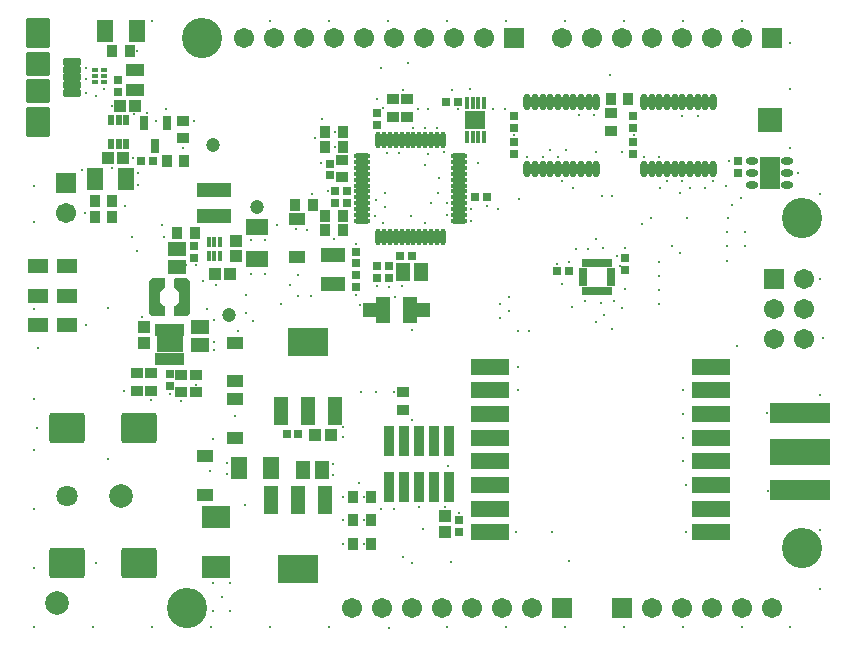
<source format=gts>
G04 Layer_Color=8388736*
%FSLAX25Y25*%
%MOIN*%
G70*
G01*
G75*
%ADD90R,0.03359X0.04147*%
%ADD91R,0.04147X0.03359*%
%ADD92R,0.02768X0.02768*%
%ADD93R,0.02768X0.02768*%
%ADD94R,0.07099X0.04737*%
G04:AMPARAMS|DCode=95|XSize=118.24mil|YSize=102.49mil|CornerRadius=8.72mil|HoleSize=0mil|Usage=FLASHONLY|Rotation=0.000|XOffset=0mil|YOffset=0mil|HoleType=Round|Shape=RoundedRectangle|*
%AMROUNDEDRECTD95*
21,1,0.11824,0.08504,0,0,0.0*
21,1,0.10079,0.10249,0,0,0.0*
1,1,0.01745,0.05039,-0.04252*
1,1,0.01745,-0.05039,-0.04252*
1,1,0.01745,-0.05039,0.04252*
1,1,0.01745,0.05039,0.04252*
%
%ADD95ROUNDEDRECTD95*%
%ADD96R,0.08280X0.05131*%
%ADD97O,0.04147X0.02572*%
%ADD98R,0.07099X0.10642*%
%ADD99R,0.02178X0.02965*%
%ADD100R,0.02965X0.02178*%
%ADD101R,0.12611X0.05524*%
%ADD102R,0.06706X0.05918*%
%ADD103R,0.01784X0.03950*%
%ADD104O,0.01784X0.05721*%
%ADD105O,0.05721X0.01784*%
%ADD106R,0.02375X0.03359*%
%ADD107R,0.08674X0.05524*%
%ADD108R,0.01902X0.03950*%
%ADD109R,0.01496X0.03347*%
%ADD110R,0.04737X0.09265*%
%ADD111R,0.13398X0.09265*%
%ADD112R,0.02323X0.01575*%
%ADD113R,0.02441X0.01575*%
%ADD114O,0.02375X0.05524*%
%ADD115C,0.04737*%
%ADD116R,0.03162X0.05131*%
%ADD117R,0.04737X0.08674*%
%ADD118R,0.03300X0.08800*%
%ADD119R,0.11430X0.04737*%
%ADD120R,0.06115X0.04461*%
%ADD121R,0.09383X0.07178*%
%ADD122R,0.05603X0.04383*%
%ADD123R,0.03800X0.10249*%
G04:AMPARAMS|DCode=124|XSize=23.75mil|YSize=63.12mil|CornerRadius=4.79mil|HoleSize=0mil|Usage=FLASHONLY|Rotation=270.000|XOffset=0mil|YOffset=0mil|HoleType=Round|Shape=RoundedRectangle|*
%AMROUNDEDRECTD124*
21,1,0.02375,0.05354,0,0,270.0*
21,1,0.01417,0.06312,0,0,270.0*
1,1,0.00957,-0.02677,-0.00709*
1,1,0.00957,-0.02677,0.00709*
1,1,0.00957,0.02677,0.00709*
1,1,0.00957,0.02677,-0.00709*
%
%ADD124ROUNDEDRECTD124*%
G04:AMPARAMS|DCode=125|XSize=78.87mil|YSize=82.8mil|CornerRadius=7.54mil|HoleSize=0mil|Usage=FLASHONLY|Rotation=270.000|XOffset=0mil|YOffset=0mil|HoleType=Round|Shape=RoundedRectangle|*
%AMROUNDEDRECTD125*
21,1,0.07887,0.06772,0,0,270.0*
21,1,0.06378,0.08280,0,0,270.0*
1,1,0.01509,-0.03386,-0.03189*
1,1,0.01509,-0.03386,0.03189*
1,1,0.01509,0.03386,0.03189*
1,1,0.01509,0.03386,-0.03189*
%
%ADD125ROUNDEDRECTD125*%
G04:AMPARAMS|DCode=126|XSize=98.55mil|YSize=82.8mil|CornerRadius=7.74mil|HoleSize=0mil|Usage=FLASHONLY|Rotation=270.000|XOffset=0mil|YOffset=0mil|HoleType=Round|Shape=RoundedRectangle|*
%AMROUNDEDRECTD126*
21,1,0.09855,0.06732,0,0,270.0*
21,1,0.08307,0.08280,0,0,270.0*
1,1,0.01548,-0.03366,-0.04153*
1,1,0.01548,-0.03366,0.04153*
1,1,0.01548,0.03366,0.04153*
1,1,0.01548,0.03366,-0.04153*
%
%ADD126ROUNDEDRECTD126*%
%ADD127R,0.04737X0.06312*%
%ADD128R,0.04147X0.04343*%
%ADD129R,0.06312X0.04737*%
%ADD130R,0.04343X0.04147*%
%ADD131R,0.07690X0.05524*%
%ADD132R,0.05524X0.07690*%
%ADD133R,0.20485X0.06706*%
%ADD134R,0.20485X0.08674*%
%ADD135R,0.07874X0.07874*%
%ADD136C,0.07874*%
%ADD137C,0.13398*%
%ADD138C,0.07887*%
%ADD139C,0.07099*%
%ADD140C,0.06706*%
%ADD141R,0.06706X0.06706*%
%ADD142R,0.06706X0.06706*%
%ADD143C,0.01181*%
G36*
X135682Y111815D02*
X135734Y111804D01*
X135783Y111788D01*
X135830Y111765D01*
X135874Y111735D01*
X135913Y111701D01*
X135948Y111661D01*
X135977Y111618D01*
X136000Y111571D01*
X136017Y111521D01*
X136027Y111470D01*
X136031Y111417D01*
Y107480D01*
X136027Y107428D01*
X136017Y107377D01*
X136000Y107327D01*
X135977Y107280D01*
X135948Y107236D01*
X135913Y107197D01*
X135874Y107162D01*
X135830Y107133D01*
X135783Y107110D01*
X135734Y107093D01*
X135682Y107083D01*
X135630Y107080D01*
X127803D01*
X127751Y107083D01*
X127699Y107093D01*
X127650Y107110D01*
X127603Y107133D01*
X127559Y107162D01*
X127520Y107197D01*
X127485Y107236D01*
X127456Y107280D01*
X127433Y107327D01*
X127416Y107377D01*
X127406Y107428D01*
X127402Y107480D01*
Y111417D01*
X127406Y111470D01*
X127416Y111521D01*
X127433Y111571D01*
X127456Y111618D01*
X127485Y111661D01*
X127520Y111701D01*
X127559Y111735D01*
X127603Y111765D01*
X127650Y111788D01*
X127699Y111804D01*
X127751Y111815D01*
X127803Y111818D01*
X135630D01*
X135682Y111815D01*
D02*
G37*
G36*
X121855D02*
X121907Y111804D01*
X121957Y111788D01*
X122004Y111765D01*
X122047Y111735D01*
X122087Y111701D01*
X122121Y111661D01*
X122150Y111618D01*
X122174Y111571D01*
X122190Y111521D01*
X122201Y111470D01*
X122204Y111417D01*
Y107480D01*
X122201Y107428D01*
X122190Y107377D01*
X122174Y107327D01*
X122150Y107280D01*
X122121Y107236D01*
X122087Y107197D01*
X122047Y107162D01*
X122004Y107133D01*
X121957Y107110D01*
X121907Y107093D01*
X121855Y107083D01*
X121803Y107080D01*
X113976D01*
X113924Y107083D01*
X113873Y107093D01*
X113823Y107110D01*
X113776Y107133D01*
X113732Y107162D01*
X113693Y107197D01*
X113658Y107236D01*
X113629Y107280D01*
X113606Y107327D01*
X113589Y107377D01*
X113579Y107428D01*
X113575Y107480D01*
Y111417D01*
X113579Y111470D01*
X113589Y111521D01*
X113606Y111571D01*
X113629Y111618D01*
X113658Y111661D01*
X113693Y111701D01*
X113732Y111735D01*
X113776Y111765D01*
X113823Y111788D01*
X113873Y111804D01*
X113924Y111815D01*
X113976Y111818D01*
X121803D01*
X121855Y111815D01*
D02*
G37*
G36*
X54765Y120177D02*
X54816Y120167D01*
X54866Y120150D01*
X54913Y120127D01*
X54957Y120098D01*
X54996Y120063D01*
X55996Y119063D01*
X56031Y119024D01*
X56060Y118980D01*
X56083Y118933D01*
X56100Y118883D01*
X56110Y118832D01*
X56113Y118780D01*
Y108780D01*
X56110Y108727D01*
X56100Y108676D01*
X56083Y108626D01*
X56060Y108579D01*
X56031Y108536D01*
X55996Y108496D01*
X54996Y107496D01*
X54957Y107462D01*
X54913Y107432D01*
X54866Y107409D01*
X54816Y107392D01*
X54765Y107382D01*
X54713Y107379D01*
X51213D01*
X51160Y107382D01*
X51109Y107392D01*
X51059Y107409D01*
X51012Y107432D01*
X50969Y107462D01*
X50929Y107496D01*
X50895Y107536D01*
X50865Y107579D01*
X50842Y107626D01*
X50825Y107676D01*
X50815Y107727D01*
X50812Y107780D01*
Y110529D01*
X50813Y110548D01*
X50813Y110566D01*
X50815Y110574D01*
X50815Y110582D01*
X50819Y110600D01*
X50822Y110618D01*
X50824Y110625D01*
X50825Y110633D01*
X50831Y110651D01*
X50836Y110668D01*
X50840Y110675D01*
X50842Y110683D01*
X50850Y110699D01*
X50858Y110716D01*
X50862Y110723D01*
X50865Y110730D01*
X50876Y110745D01*
X50885Y110761D01*
X50890Y110767D01*
X50895Y110774D01*
X50907Y110787D01*
X50918Y110801D01*
X50924Y110807D01*
X50929Y110813D01*
X50943Y110825D01*
X50956Y110837D01*
X52312Y111967D01*
Y115592D01*
X50956Y116722D01*
X50943Y116734D01*
X50929Y116746D01*
X50924Y116752D01*
X50918Y116758D01*
X50907Y116772D01*
X50895Y116786D01*
X50890Y116792D01*
X50885Y116798D01*
X50876Y116814D01*
X50865Y116829D01*
X50862Y116836D01*
X50858Y116843D01*
X50850Y116860D01*
X50842Y116876D01*
X50840Y116884D01*
X50836Y116891D01*
X50831Y116908D01*
X50825Y116926D01*
X50824Y116934D01*
X50822Y116941D01*
X50819Y116959D01*
X50815Y116977D01*
X50815Y116985D01*
X50813Y116993D01*
X50813Y117011D01*
X50812Y117030D01*
Y119780D01*
X50815Y119832D01*
X50825Y119883D01*
X50842Y119933D01*
X50865Y119980D01*
X50895Y120024D01*
X50929Y120063D01*
X50969Y120098D01*
X51012Y120127D01*
X51059Y120150D01*
X51109Y120167D01*
X51160Y120177D01*
X51213Y120180D01*
X54713D01*
X54765Y120177D01*
D02*
G37*
G36*
X47265D02*
X47316Y120167D01*
X47366Y120150D01*
X47413Y120127D01*
X47457Y120098D01*
X47496Y120063D01*
X47531Y120024D01*
X47560Y119980D01*
X47583Y119933D01*
X47600Y119883D01*
X47610Y119832D01*
X47613Y119780D01*
Y117030D01*
X47612Y117011D01*
X47612Y116993D01*
X47611Y116985D01*
X47610Y116977D01*
X47607Y116959D01*
X47604Y116941D01*
X47601Y116934D01*
X47600Y116926D01*
X47594Y116908D01*
X47589Y116891D01*
X47586Y116884D01*
X47583Y116876D01*
X47575Y116860D01*
X47567Y116843D01*
X47563Y116836D01*
X47560Y116829D01*
X47550Y116814D01*
X47540Y116798D01*
X47535Y116792D01*
X47531Y116786D01*
X47519Y116772D01*
X47507Y116758D01*
X47501Y116752D01*
X47496Y116746D01*
X47482Y116734D01*
X47469Y116722D01*
X46113Y115592D01*
Y111967D01*
X47469Y110837D01*
X47482Y110825D01*
X47496Y110813D01*
X47501Y110807D01*
X47507Y110801D01*
X47519Y110787D01*
X47531Y110774D01*
X47535Y110767D01*
X47540Y110761D01*
X47550Y110745D01*
X47560Y110730D01*
X47563Y110723D01*
X47567Y110716D01*
X47575Y110699D01*
X47583Y110683D01*
X47586Y110675D01*
X47589Y110668D01*
X47594Y110651D01*
X47600Y110633D01*
X47601Y110625D01*
X47604Y110618D01*
X47607Y110600D01*
X47610Y110582D01*
X47611Y110574D01*
X47612Y110566D01*
X47612Y110548D01*
X47613Y110529D01*
Y107780D01*
X47610Y107727D01*
X47600Y107676D01*
X47583Y107626D01*
X47560Y107579D01*
X47531Y107536D01*
X47496Y107496D01*
X47457Y107462D01*
X47413Y107432D01*
X47366Y107409D01*
X47316Y107392D01*
X47265Y107382D01*
X47213Y107379D01*
X43713D01*
X43660Y107382D01*
X43609Y107392D01*
X43559Y107409D01*
X43512Y107432D01*
X43469Y107462D01*
X43429Y107496D01*
X42429Y108496D01*
X42395Y108536D01*
X42365Y108579D01*
X42342Y108626D01*
X42325Y108676D01*
X42315Y108727D01*
X42312Y108780D01*
Y118780D01*
X42315Y118832D01*
X42325Y118883D01*
X42342Y118933D01*
X42365Y118980D01*
X42395Y119024D01*
X42429Y119063D01*
X43429Y120063D01*
X43469Y120098D01*
X43512Y120127D01*
X43559Y120150D01*
X43609Y120167D01*
X43660Y120177D01*
X43713Y120180D01*
X47213D01*
X47265Y120177D01*
D02*
G37*
D90*
X100984Y136221D02*
D03*
X106890D02*
D03*
X202165Y179921D02*
D03*
X196260D02*
D03*
X100984Y168898D02*
D03*
X106890D02*
D03*
X100984Y163779D02*
D03*
X106890D02*
D03*
X106890Y140945D02*
D03*
X100984D02*
D03*
X30118Y140551D02*
D03*
X24213D02*
D03*
X24213Y145669D02*
D03*
X30118D02*
D03*
X97047Y144488D02*
D03*
X91142D02*
D03*
X110433Y47244D02*
D03*
X116339D02*
D03*
X110433Y39370D02*
D03*
X116339D02*
D03*
X110433Y31496D02*
D03*
X116339D02*
D03*
X54134Y159055D02*
D03*
X48228D02*
D03*
X57677Y135039D02*
D03*
X51772D02*
D03*
X36024Y195669D02*
D03*
X30118D02*
D03*
D91*
X106693Y159646D02*
D03*
Y153740D02*
D03*
X42913Y88386D02*
D03*
Y82480D02*
D03*
X38189Y82480D02*
D03*
Y88386D02*
D03*
X53543Y166732D02*
D03*
Y172638D02*
D03*
X53150Y87992D02*
D03*
Y82087D02*
D03*
X57874Y82087D02*
D03*
Y87992D02*
D03*
X123622Y179724D02*
D03*
Y173819D02*
D03*
X128347Y179724D02*
D03*
Y173819D02*
D03*
X127165Y82087D02*
D03*
Y76181D02*
D03*
X196457Y169095D02*
D03*
Y175000D02*
D03*
D92*
X102756Y158268D02*
D03*
Y154331D02*
D03*
X201181Y126772D02*
D03*
Y122835D02*
D03*
X238583Y159055D02*
D03*
Y155118D02*
D03*
X145669Y39370D02*
D03*
Y35433D02*
D03*
X118504Y175197D02*
D03*
Y171260D02*
D03*
X111417Y117126D02*
D03*
Y121063D02*
D03*
Y128937D02*
D03*
Y125000D02*
D03*
X49213Y84252D02*
D03*
Y88189D02*
D03*
X57480Y126772D02*
D03*
Y130709D02*
D03*
X203543Y170079D02*
D03*
Y174016D02*
D03*
Y165354D02*
D03*
Y161417D02*
D03*
X31890Y186221D02*
D03*
Y182283D02*
D03*
X164173Y170079D02*
D03*
Y174016D02*
D03*
Y165354D02*
D03*
Y161417D02*
D03*
D93*
X104331Y149213D02*
D03*
X108268D02*
D03*
X104331Y145276D02*
D03*
X108268D02*
D03*
X178346Y122441D02*
D03*
X182283D02*
D03*
X141339Y178740D02*
D03*
X145276D02*
D03*
X155118Y147047D02*
D03*
X151181D02*
D03*
X125984Y127559D02*
D03*
X129921D02*
D03*
X92126Y68110D02*
D03*
X88189D02*
D03*
X118504Y120079D02*
D03*
X122441D02*
D03*
X118504Y124016D02*
D03*
X122441D02*
D03*
X43701Y159055D02*
D03*
X39764D02*
D03*
D94*
X14961Y124016D02*
D03*
Y114173D02*
D03*
Y104331D02*
D03*
X5512D02*
D03*
Y114173D02*
D03*
Y124016D02*
D03*
D95*
X15157Y25197D02*
D03*
X39173D02*
D03*
Y70079D02*
D03*
X15157D02*
D03*
D96*
X103543Y118110D02*
D03*
Y127953D02*
D03*
D97*
X254921Y151181D02*
D03*
Y155118D02*
D03*
Y159055D02*
D03*
X243504D02*
D03*
Y155118D02*
D03*
Y151181D02*
D03*
D98*
X249213Y155118D02*
D03*
D99*
X187795Y115748D02*
D03*
X189764D02*
D03*
X191732D02*
D03*
X193701D02*
D03*
X195669D02*
D03*
Y125197D02*
D03*
X193701D02*
D03*
X191732D02*
D03*
X189764D02*
D03*
X187795D02*
D03*
D100*
X196457Y118504D02*
D03*
Y120473D02*
D03*
Y122441D02*
D03*
X187008D02*
D03*
Y120473D02*
D03*
Y118504D02*
D03*
D101*
X229724Y90551D02*
D03*
Y82677D02*
D03*
Y74803D02*
D03*
Y66929D02*
D03*
Y59055D02*
D03*
Y51181D02*
D03*
Y43307D02*
D03*
Y35433D02*
D03*
X156102D02*
D03*
Y43307D02*
D03*
Y51181D02*
D03*
Y59055D02*
D03*
Y90551D02*
D03*
Y82677D02*
D03*
Y74803D02*
D03*
Y66929D02*
D03*
D102*
X151181Y172835D02*
D03*
D103*
X154134Y178524D02*
D03*
X152165D02*
D03*
X150197D02*
D03*
X148228D02*
D03*
X154134Y167146D02*
D03*
X152165D02*
D03*
X150197D02*
D03*
X148228D02*
D03*
D104*
X118701Y133760D02*
D03*
X120669D02*
D03*
X122638D02*
D03*
X124606D02*
D03*
X126575D02*
D03*
X128543D02*
D03*
X130512D02*
D03*
X132480D02*
D03*
X134449D02*
D03*
X136417D02*
D03*
X138386D02*
D03*
X140354D02*
D03*
Y166240D02*
D03*
X138386D02*
D03*
X136417D02*
D03*
X134449D02*
D03*
X132480D02*
D03*
X130512D02*
D03*
X128543D02*
D03*
X126575D02*
D03*
X124606D02*
D03*
X122638D02*
D03*
X120669D02*
D03*
X118701D02*
D03*
D105*
X145768Y139173D02*
D03*
Y141142D02*
D03*
Y143110D02*
D03*
Y145079D02*
D03*
Y147047D02*
D03*
Y149016D02*
D03*
Y150984D02*
D03*
Y152953D02*
D03*
Y154921D02*
D03*
Y156890D02*
D03*
Y158858D02*
D03*
Y160827D02*
D03*
X113287D02*
D03*
Y158858D02*
D03*
Y156890D02*
D03*
Y154921D02*
D03*
Y152953D02*
D03*
Y150984D02*
D03*
Y149016D02*
D03*
Y147047D02*
D03*
Y145079D02*
D03*
Y143110D02*
D03*
Y141142D02*
D03*
Y139173D02*
D03*
D106*
X34843Y172933D02*
D03*
X32283D02*
D03*
X29724D02*
D03*
Y164862D02*
D03*
X32283D02*
D03*
X34843D02*
D03*
D107*
X49213Y98032D02*
D03*
D108*
Y93110D02*
D03*
X45276D02*
D03*
X47244D02*
D03*
X51181D02*
D03*
X53150D02*
D03*
Y102953D02*
D03*
X51181D02*
D03*
X47244D02*
D03*
X45276D02*
D03*
X49213D02*
D03*
D109*
X62205Y127657D02*
D03*
X64173D02*
D03*
X66142D02*
D03*
X62205Y132185D02*
D03*
X64173D02*
D03*
X66142D02*
D03*
D110*
X86221Y75886D02*
D03*
X95276D02*
D03*
X104331D02*
D03*
X101181Y46161D02*
D03*
X92126D02*
D03*
X83071D02*
D03*
D111*
X95276Y98917D02*
D03*
X92126Y23130D02*
D03*
D112*
X27500Y189370D02*
D03*
Y187402D02*
D03*
Y185433D02*
D03*
X24468D02*
D03*
Y187402D02*
D03*
D113*
Y189370D02*
D03*
D114*
X207382Y156496D02*
D03*
X209941D02*
D03*
X212500D02*
D03*
X215059D02*
D03*
X217618D02*
D03*
X220177D02*
D03*
X222736D02*
D03*
X225295D02*
D03*
X227854D02*
D03*
X230413D02*
D03*
X207382Y178937D02*
D03*
X209941D02*
D03*
X212500D02*
D03*
X215059D02*
D03*
X217618D02*
D03*
X220177D02*
D03*
X222736D02*
D03*
X225295D02*
D03*
X227854D02*
D03*
X230413D02*
D03*
X168405Y156496D02*
D03*
X170965D02*
D03*
X173524D02*
D03*
X176083D02*
D03*
X178642D02*
D03*
X181201D02*
D03*
X183760D02*
D03*
X186319D02*
D03*
X188878D02*
D03*
X191437D02*
D03*
X168405Y178937D02*
D03*
X170965D02*
D03*
X173524D02*
D03*
X176083D02*
D03*
X178642D02*
D03*
X181201D02*
D03*
X183760D02*
D03*
X186319D02*
D03*
X188878D02*
D03*
X191437D02*
D03*
D115*
X68898Y107874D02*
D03*
X63779Y164567D02*
D03*
X78347Y143701D02*
D03*
D116*
X44488Y164272D02*
D03*
X40748Y171949D02*
D03*
X48228D02*
D03*
D117*
X129331Y109449D02*
D03*
X120276D02*
D03*
D118*
X54213Y113779D02*
D03*
X44213D02*
D03*
D119*
X64173Y140945D02*
D03*
Y149606D02*
D03*
D120*
X37795Y182815D02*
D03*
Y189626D02*
D03*
D121*
X64567Y23976D02*
D03*
Y40591D02*
D03*
D122*
X91732Y139911D02*
D03*
Y127018D02*
D03*
X70866Y98573D02*
D03*
Y85679D02*
D03*
Y66782D02*
D03*
Y79675D02*
D03*
X61024Y60778D02*
D03*
Y47884D02*
D03*
D123*
X122283Y65945D02*
D03*
X127284D02*
D03*
X132283D02*
D03*
X137284D02*
D03*
X142283D02*
D03*
X122283Y50591D02*
D03*
X127284D02*
D03*
X132283D02*
D03*
X137284D02*
D03*
X142283D02*
D03*
D124*
X16634Y192126D02*
D03*
Y189567D02*
D03*
Y187008D02*
D03*
Y184449D02*
D03*
Y181890D02*
D03*
D125*
X5413Y191535D02*
D03*
Y182480D02*
D03*
D126*
Y201772D02*
D03*
Y172244D02*
D03*
D127*
X132972Y122047D02*
D03*
X126870D02*
D03*
X93799Y56299D02*
D03*
X99902D02*
D03*
D128*
X140945Y35630D02*
D03*
Y40748D02*
D03*
X40551Y103740D02*
D03*
Y98622D02*
D03*
X71260Y132480D02*
D03*
Y127362D02*
D03*
D129*
X59449Y103839D02*
D03*
Y97736D02*
D03*
X51575Y123721D02*
D03*
Y129823D02*
D03*
D130*
X37795Y177559D02*
D03*
X32677D02*
D03*
X28543Y160236D02*
D03*
X33661D02*
D03*
X64370Y121653D02*
D03*
X69488D02*
D03*
X102953Y67716D02*
D03*
X97835D02*
D03*
D131*
X78347Y126575D02*
D03*
Y137205D02*
D03*
D132*
X72244Y56693D02*
D03*
X82874D02*
D03*
X38386Y202362D02*
D03*
X27756D02*
D03*
X34843Y153150D02*
D03*
X24213D02*
D03*
D133*
X259370Y49409D02*
D03*
Y75000D02*
D03*
D134*
Y62205D02*
D03*
D135*
X249213Y172835D02*
D03*
D136*
X11811Y11811D02*
D03*
D137*
X60000Y200000D02*
D03*
X55000Y10000D02*
D03*
X260000Y140000D02*
D03*
Y30000D02*
D03*
D138*
X32874Y47638D02*
D03*
D139*
X15157D02*
D03*
D140*
X14567Y141969D02*
D03*
X250000Y10000D02*
D03*
X210000D02*
D03*
X220000D02*
D03*
X230000D02*
D03*
X240000D02*
D03*
X260551Y99803D02*
D03*
X250551D02*
D03*
X260551Y109803D02*
D03*
X250551D02*
D03*
X260551Y119803D02*
D03*
X74000Y200000D02*
D03*
X84000D02*
D03*
X154000D02*
D03*
X144000D02*
D03*
X134000D02*
D03*
X124000D02*
D03*
X114000D02*
D03*
X104000D02*
D03*
X94000D02*
D03*
X240000D02*
D03*
X230000D02*
D03*
X220000D02*
D03*
X210000D02*
D03*
X200000D02*
D03*
X190000D02*
D03*
X180000D02*
D03*
X170000Y10000D02*
D03*
X160000D02*
D03*
X150000D02*
D03*
X140000D02*
D03*
X130000D02*
D03*
X120000D02*
D03*
X110000D02*
D03*
D141*
X14567Y151969D02*
D03*
X250551Y119803D02*
D03*
D142*
X200000Y10000D02*
D03*
X164000Y200000D02*
D03*
X250000D02*
D03*
X180000Y10000D02*
D03*
D143*
X248524Y49213D02*
D03*
X248425Y75197D02*
D03*
X118504Y179921D02*
D03*
X119685Y190157D02*
D03*
X128740Y191732D02*
D03*
X127165Y182677D02*
D03*
X143307D02*
D03*
X135433Y176378D02*
D03*
X131889Y176378D02*
D03*
X240945Y135433D02*
D03*
X235039Y125984D02*
D03*
Y130709D02*
D03*
X240945D02*
D03*
X103937Y133071D02*
D03*
X191339Y162205D02*
D03*
X200000D02*
D03*
X179921Y152461D02*
D03*
X112205Y51968D02*
D03*
X142126Y57480D02*
D03*
X132283Y43701D02*
D03*
X124016Y43307D02*
D03*
X129921Y72835D02*
D03*
X124016Y82284D02*
D03*
X112992Y82284D02*
D03*
X118110D02*
D03*
X112598Y111024D02*
D03*
X120866Y148425D02*
D03*
X96850Y148031D02*
D03*
X101969Y149213D02*
D03*
X99606Y158661D02*
D03*
X97638Y166929D02*
D03*
X209842Y140157D02*
D03*
X219291Y148425D02*
D03*
X212598Y150000D02*
D03*
X220177Y152461D02*
D03*
X215059D02*
D03*
X227854Y150000D02*
D03*
X222736D02*
D03*
X196850Y147638D02*
D03*
X193307D02*
D03*
X122441Y3543D02*
D03*
X94882Y136152D02*
D03*
X120472Y138583D02*
D03*
X165748Y146457D02*
D03*
X158661Y143307D02*
D03*
X196063Y187795D02*
D03*
X38583Y155118D02*
D03*
X53543Y163386D02*
D03*
X37008Y160236D02*
D03*
X89370Y117717D02*
D03*
X86221Y111417D02*
D03*
X96457Y114173D02*
D03*
X92126D02*
D03*
X140551Y162204D02*
D03*
X135433Y161417D02*
D03*
X134252Y157874D02*
D03*
X21298Y190120D02*
D03*
X21260Y186614D02*
D03*
X125591Y161811D02*
D03*
X121653D02*
D03*
X149803Y139173D02*
D03*
X212500Y160531D02*
D03*
X230413Y152461D02*
D03*
X168405Y160531D02*
D03*
X207382Y160531D02*
D03*
X220177Y174016D02*
D03*
X225295D02*
D03*
X203937Y167717D02*
D03*
X181201Y162992D02*
D03*
X164173Y167717D02*
D03*
X64567Y117717D02*
D03*
X3937Y150787D02*
D03*
Y138976D02*
D03*
Y109843D02*
D03*
Y79921D02*
D03*
Y62992D02*
D03*
Y43307D02*
D03*
Y23622D02*
D03*
X240158Y205906D02*
D03*
X220472D02*
D03*
X200787D02*
D03*
X181102D02*
D03*
X161417D02*
D03*
X141732D02*
D03*
X122047D02*
D03*
X102362D02*
D03*
X82677D02*
D03*
X43307D02*
D03*
X255906Y198425D02*
D03*
Y183071D02*
D03*
Y163386D02*
D03*
X266142Y148031D02*
D03*
Y119685D02*
D03*
Y81102D02*
D03*
Y36220D02*
D03*
Y16535D02*
D03*
X255906Y3937D02*
D03*
X240158D02*
D03*
X220472D02*
D03*
X200787D02*
D03*
X181102D02*
D03*
X161417D02*
D03*
X141732D02*
D03*
X102362D02*
D03*
X82677D02*
D03*
X62992D02*
D03*
X43307D02*
D03*
X23622D02*
D03*
X3937D02*
D03*
X164567Y35433D02*
D03*
X24803Y25197D02*
D03*
X266929Y100000D02*
D03*
X182283Y25984D02*
D03*
X176772Y35433D02*
D03*
X145669Y41732D02*
D03*
X140945Y43701D02*
D03*
X133661Y36417D02*
D03*
X142913Y25591D02*
D03*
X127118Y27118D02*
D03*
X130000Y25197D02*
D03*
X221260Y35433D02*
D03*
Y51181D02*
D03*
X179921Y118110D02*
D03*
X182283Y125591D02*
D03*
X187795Y112599D02*
D03*
X183465Y110630D02*
D03*
X124409Y113779D02*
D03*
X72047Y102362D02*
D03*
X155118Y144095D02*
D03*
X20866Y141732D02*
D03*
X57480Y172441D02*
D03*
X29921Y156693D02*
D03*
X238386Y97638D02*
D03*
X77165Y105905D02*
D03*
X74803Y108661D02*
D03*
X129921Y102756D02*
D03*
X62598Y55905D02*
D03*
X38583Y151181D02*
D03*
X20079Y156299D02*
D03*
X235827Y159055D02*
D03*
X197244Y112598D02*
D03*
X192913Y111811D02*
D03*
X200000Y110236D02*
D03*
X178347Y124803D02*
D03*
X119685Y43307D02*
D03*
X63779Y66535D02*
D03*
X107087Y70472D02*
D03*
Y67323D02*
D03*
X5118Y70079D02*
D03*
X74410Y44488D02*
D03*
X103543Y58268D02*
D03*
Y54331D02*
D03*
X68504Y58661D02*
D03*
Y54724D02*
D03*
X63779Y9055D02*
D03*
X69291D02*
D03*
X66535Y13780D02*
D03*
X63779Y18504D02*
D03*
X69291D02*
D03*
X212205Y125591D02*
D03*
X91338Y136614D02*
D03*
X120472Y176772D02*
D03*
X201181Y130315D02*
D03*
X212204Y111417D02*
D03*
X212205Y116142D02*
D03*
X201181Y116535D02*
D03*
X212205Y120866D02*
D03*
X191338Y133071D02*
D03*
X120866Y143701D02*
D03*
X118110Y146063D02*
D03*
X100000Y173228D02*
D03*
X85039Y137795D02*
D03*
X122441Y117323D02*
D03*
X165354Y90551D02*
D03*
X193701Y130315D02*
D03*
X114173Y47244D02*
D03*
Y39370D02*
D03*
Y31496D02*
D03*
X107087D02*
D03*
Y39370D02*
D03*
Y47244D02*
D03*
X138976Y153543D02*
D03*
X92126Y121260D02*
D03*
X61811Y109843D02*
D03*
X117717Y140945D02*
D03*
X129528D02*
D03*
X136221Y145276D02*
D03*
X138583Y148425D02*
D03*
X134252Y138583D02*
D03*
X159449Y111417D02*
D03*
Y106693D02*
D03*
X162205Y109055D02*
D03*
Y113779D02*
D03*
X184646Y129921D02*
D03*
X188583D02*
D03*
X198425Y127559D02*
D03*
X199213Y124016D02*
D03*
X206693Y138189D02*
D03*
X165354Y102362D02*
D03*
X168898D02*
D03*
X196850Y103150D02*
D03*
X194095Y107874D02*
D03*
X191339Y105512D02*
D03*
X220473Y82677D02*
D03*
Y59055D02*
D03*
Y66929D02*
D03*
Y74803D02*
D03*
X165354Y82677D02*
D03*
X47244Y133858D02*
D03*
X37402Y174803D02*
D03*
X41732Y175197D02*
D03*
X48031Y176378D02*
D03*
X44685Y172638D02*
D03*
X29921Y177559D02*
D03*
X24803Y180709D02*
D03*
X38189Y195669D02*
D03*
X28740Y59842D02*
D03*
Y110236D02*
D03*
X34252Y144095D02*
D03*
X104331Y163779D02*
D03*
Y168898D02*
D03*
X40157Y107087D02*
D03*
X76378Y121653D02*
D03*
X81102D02*
D03*
X76378Y132677D02*
D03*
X81102D02*
D03*
X60236Y119291D02*
D03*
X54724Y124409D02*
D03*
X57874D02*
D03*
X57874Y84645D02*
D03*
X53150Y79134D02*
D03*
X42913Y79528D02*
D03*
X49213Y81496D02*
D03*
X64173Y96063D02*
D03*
Y98819D02*
D03*
Y106299D02*
D03*
X21260Y181890D02*
D03*
X27500Y183012D02*
D03*
X126772Y117520D02*
D03*
X111417Y114567D02*
D03*
X118504Y117520D02*
D03*
X111417Y131496D02*
D03*
X130512Y170276D02*
D03*
X134449D02*
D03*
X138386D02*
D03*
X178642Y160531D02*
D03*
X176083Y162992D02*
D03*
X183760Y150000D02*
D03*
X149803Y143110D02*
D03*
X141732Y145079D02*
D03*
Y141142D02*
D03*
X151969Y158661D02*
D03*
X173524Y160531D02*
D03*
X157087Y176378D02*
D03*
X161024D02*
D03*
X145276D02*
D03*
X149213Y183071D02*
D03*
X185827Y174409D02*
D03*
X190551D02*
D03*
X74803Y114567D02*
D03*
X34055Y82480D02*
D03*
X70866Y74016D02*
D03*
X5512Y96850D02*
D03*
X21260Y104331D02*
D03*
X46850Y137795D02*
D03*
X38189Y129134D02*
D03*
X36614Y133858D02*
D03*
X258661Y155118D02*
D03*
X235039Y135433D02*
D03*
X234646Y150787D02*
D03*
X236614Y144488D02*
D03*
X239764Y146850D02*
D03*
X216535Y130709D02*
D03*
X219291Y128347D02*
D03*
X235433Y140157D02*
D03*
X221654D02*
D03*
X63779Y164567D02*
D03*
X49213Y98032D02*
D03*
X52165Y99410D02*
D03*
X46260D02*
D03*
Y96653D02*
D03*
X52165D02*
D03*
M02*

</source>
